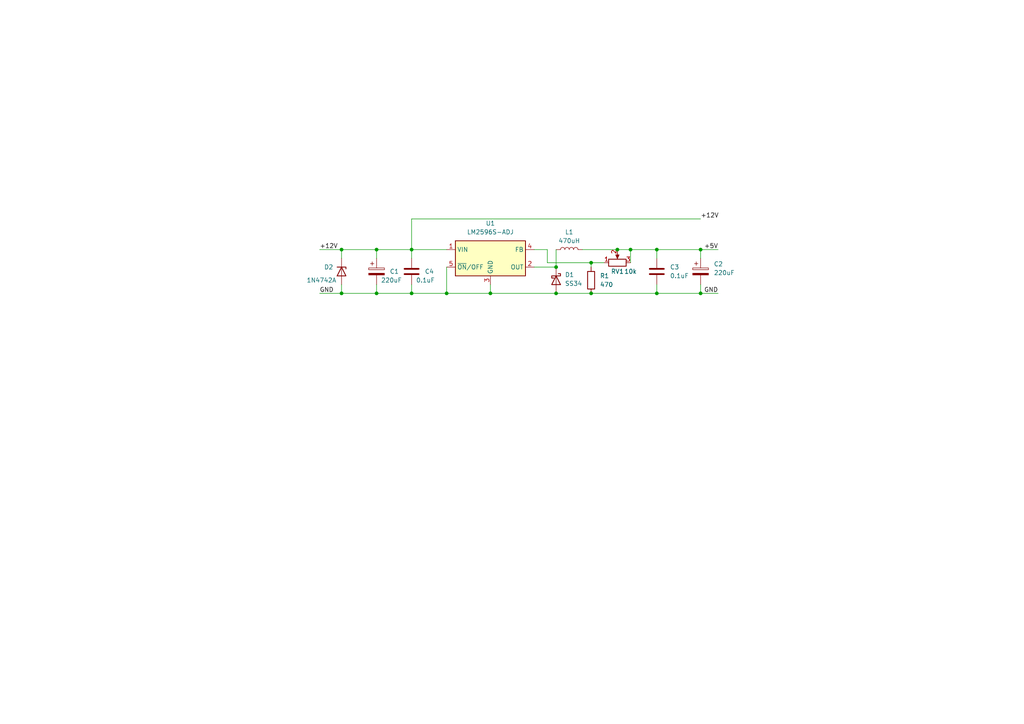
<source format=kicad_sch>
(kicad_sch (version 20230121) (generator eeschema)
  (paper "A4")
  (lib_symbols
    (symbol "Device:C" (pin_numbers hide) (pin_names (offset 0.254))
      (property "Reference" "C" (at 0.635 2.54 0))
      (property "Value" "C" (at 0.635 -2.54 0))
      (symbol "C_0_1"
        (polyline (pts (xy -2.032 -0.762) (xy 2.032 -0.762)) (stroke (width 0.508)))
        (polyline (pts (xy -2.032 0.762) (xy 2.032 0.762)) (stroke (width 0.508)))
      )
      (symbol "C_1_1"
        (pin passive line (at 0 3.81 270) (length 2.794) (name "~") (number "1"))
        (pin passive line (at 0 -3.81 90) (length 2.794) (name "~") (number "2"))
      )
    )
    (symbol "Device:C_Polarized" (pin_numbers hide) (pin_names (offset 0.254))
      (property "Reference" "C" (at 0.635 2.54 0))
      (property "Value" "C_Polarized" (at 0.635 -2.54 0))
      (symbol "C_Polarized_0_1"
        (rectangle (start -2.286 0.508) (end 2.286 1.016))
        (polyline (pts (xy -1.778 2.286) (xy -0.762 2.286)))
        (polyline (pts (xy -1.27 2.794) (xy -1.27 1.778)))
        (rectangle (start 2.286 -0.508) (end -2.286 -1.016) (fill (type outline)))
      )
      (symbol "C_Polarized_1_1"
        (pin passive line (at 0 3.81 270) (length 2.794) (name "~") (number "1"))
        (pin passive line (at 0 -3.81 90) (length 2.794) (name "~") (number "2"))
      )
    )
    (symbol "Device:D_Schottky" (pin_numbers hide) (pin_names (offset 1.016) hide)
      (property "Reference" "D" (at 0 2.54 0))
      (property "Value" "D_Schottky" (at 0 -2.54 0))
      (symbol "D_Schottky_0_1"
        (polyline (pts (xy 1.27 0) (xy -1.27 0)))
        (polyline (pts (xy 1.27 1.27) (xy 1.27 -1.27) (xy -1.27 0) (xy 1.27 1.27)) (stroke (width 0.254)))
        (polyline (pts (xy -1.905 0.635) (xy -1.905 1.27) (xy -1.27 1.27) (xy -1.27 -1.27) (xy -0.635 -1.27) (xy -0.635 -0.635)) (stroke (width 0.254)))
      )
      (symbol "D_Schottky_1_1"
        (pin passive line (at -3.81 0 0) (length 2.54) (name "K") (number "1"))
        (pin passive line (at 3.81 0 180) (length 2.54) (name "A") (number "2"))
      )
    )
    (symbol "Device:L" (pin_numbers hide) (pin_names (offset 1.016) hide)
      (property "Reference" "L" (at -1.27 0 90))
      (property "Value" "L" (at 1.905 0 90))
      (symbol "L_0_1"
        (arc (start 0 -2.54) (mid 0.6323 -1.905) (end 0 -1.27))
        (arc (start 0 -1.27) (mid 0.6323 -0.635) (end 0 0))
        (arc (start 0 0) (mid 0.6323 0.635) (end 0 1.27))
        (arc (start 0 1.27) (mid 0.6323 1.905) (end 0 2.54))
      )
      (symbol "L_1_1"
        (pin passive line (at 0 3.81 270) (length 1.27) (name "1") (number "1"))
        (pin passive line (at 0 -3.81 90) (length 1.27) (name "2") (number "2"))
      )
    )
    (symbol "Device:R" (pin_numbers hide) (pin_names (offset 0))
      (property "Reference" "R" (at 2.032 0 90))
      (property "Value" "R" (at 0 0 90))
      (symbol "R_0_1"
        (rectangle (start -1.016 -2.54) (end 1.016 2.54) (stroke (width 0.254)))
      )
      (symbol "R_1_1"
        (pin passive line (at 0 3.81 270) (length 1.27) (name "~") (number "1"))
        (pin passive line (at 0 -3.81 90) (length 1.27) (name "~") (number "2"))
      )
    )
    (symbol "Device:R_Potentiometer" (pin_names (offset 1.016) hide)
      (property "Reference" "RV" (at -4.445 0 90))
      (property "Value" "R_Potentiometer" (at -2.54 0 90))
      (symbol "R_Potentiometer_0_1"
        (polyline (pts (xy 2.54 0) (xy 1.524 0)))
        (polyline (pts (xy 1.143 0) (xy 2.286 0.508) (xy 2.286 -0.508) (xy 1.143 0)) (fill (type outline)))
        (rectangle (start 1.016 2.54) (end -1.016 -2.54) (stroke (width 0.254)))
      )
      (symbol "R_Potentiometer_1_1"
        (pin passive line (at 0 3.81 270) (length 1.27) (name "1") (number "1"))
        (pin passive line (at 3.81 0 180) (length 1.27) (name "2") (number "2"))
        (pin passive line (at 0 -3.81 90) (length 1.27) (name "3") (number "3"))
      )
    )
    (symbol "Diode:1N47xxA" (pin_numbers hide) (pin_names hide)
      (property "Reference" "D" (at 0 2.54 0))
      (property "Value" "1N47xxA" (at 0 -2.54 0))
      (symbol "1N47xxA_0_1"
        (polyline (pts (xy 1.27 0) (xy -1.27 0)))
        (polyline (pts (xy -1.27 -1.27) (xy -1.27 1.27) (xy -0.762 1.27)) (stroke (width 0.254)))
        (polyline (pts (xy 1.27 -1.27) (xy 1.27 1.27) (xy -1.27 0) (xy 1.27 -1.27)) (stroke (width 0.254)))
      )
      (symbol "1N47xxA_1_1"
        (pin passive line (at -3.81 0 0) (length 2.54) (name "K") (number "1"))
        (pin passive line (at 3.81 0 180) (length 2.54) (name "A") (number "2"))
      )
    )
    (symbol "Regulator_Switching:LM2596S-ADJ"
      (property "Reference" "U" (at -10.16 6.35 0))
      (property "Value" "LM2596S-ADJ" (at 0 6.35 0))
      (symbol "LM2596S-ADJ_0_1"
        (rectangle (start -10.16 5.08) (end 10.16 -5.08) (stroke (width 0.254)) (fill (type background)))
      )
      (symbol "LM2596S-ADJ_1_1"
        (pin power_in line (at -12.7 2.54 0) (length 2.54) (name "VIN") (number "1"))
        (pin output line (at 12.7 -2.54 180) (length 2.54) (name "OUT") (number "2"))
        (pin power_in line (at 0 -7.62 90) (length 2.54) (name "GND") (number "3"))
        (pin input line (at 12.7 2.54 180) (length 2.54) (name "FB") (number "4"))
        (pin input line (at -12.7 -2.54 0) (length 2.54) (name "~{ON}/OFF") (number "5"))
      )
    )
  )
  (junction (at 190.5 72.39))
  (junction (at 109.22 85.09))
  (junction (at 119.38 72.39))
  (junction (at 179.07 72.39))
  (junction (at 182.88 72.39))
  (junction (at 161.29 85.09))
  (junction (at 142.24 85.09))
  (junction (at 161.29 77.47))
  (junction (at 129.54 85.09))
  (junction (at 171.45 85.09))
  (junction (at 190.5 85.09))
  (junction (at 203.2 72.39))
  (junction (at 109.22 72.39))
  (junction (at 171.45 76.2))
  (junction (at 99.06 72.39))
  (junction (at 99.06 85.09))
  (junction (at 119.38 85.09))
  (junction (at 203.2 85.09))
  (wire (pts (xy 203.2 72.39) (xy 208.28 72.39)))
  (wire (pts (xy 190.5 72.39) (xy 182.88 72.39)))
  (wire (pts (xy 99.06 82.55) (xy 99.06 85.09)))
  (wire (pts (xy 119.38 72.39) (xy 129.54 72.39)))
  (wire (pts (xy 203.2 72.39) (xy 190.5 72.39)))
  (wire (pts (xy 168.91 72.39) (xy 179.07 72.39)))
  (wire (pts (xy 109.22 72.39) (xy 109.22 74.93)))
  (wire (pts (xy 203.2 82.55) (xy 203.2 85.09)))
  (wire (pts (xy 142.24 85.09) (xy 142.24 82.55)))
  (wire (pts (xy 203.2 85.09) (xy 190.5 85.09)))
  (wire (pts (xy 203.2 63.5) (xy 119.38 63.5)))
  (wire (pts (xy 142.24 85.09) (xy 161.29 85.09)))
  (wire (pts (xy 161.29 85.09) (xy 171.45 85.09)))
  (wire (pts (xy 158.75 76.2) (xy 171.45 76.2)))
  (wire (pts (xy 129.54 85.09) (xy 142.24 85.09)))
  (wire (pts (xy 171.45 76.2) (xy 171.45 77.47)))
  (wire (pts (xy 182.88 72.39) (xy 179.07 72.39)))
  (wire (pts (xy 158.75 72.39) (xy 154.94 72.39)))
  (wire (pts (xy 92.71 72.39) (xy 99.06 72.39)))
  (wire (pts (xy 99.06 74.93) (xy 99.06 72.39)))
  (wire (pts (xy 99.06 72.39) (xy 109.22 72.39)))
  (wire (pts (xy 203.2 85.09) (xy 208.28 85.09)))
  (wire (pts (xy 203.2 74.93) (xy 203.2 72.39)))
  (wire (pts (xy 190.5 82.55) (xy 190.5 85.09)))
  (wire (pts (xy 119.38 82.55) (xy 119.38 85.09)))
  (wire (pts (xy 99.06 85.09) (xy 109.22 85.09)))
  (wire (pts (xy 119.38 63.5) (xy 119.38 72.39)))
  (wire (pts (xy 109.22 85.09) (xy 109.22 82.55)))
  (wire (pts (xy 119.38 74.93) (xy 119.38 72.39)))
  (wire (pts (xy 109.22 85.09) (xy 119.38 85.09)))
  (wire (pts (xy 109.22 72.39) (xy 119.38 72.39)))
  (wire (pts (xy 154.94 77.47) (xy 161.29 77.47)))
  (wire (pts (xy 158.75 76.2) (xy 158.75 72.39)))
  (wire (pts (xy 92.71 85.09) (xy 99.06 85.09)))
  (wire (pts (xy 190.5 74.93) (xy 190.5 72.39)))
  (wire (pts (xy 161.29 72.39) (xy 161.29 77.47)))
  (wire (pts (xy 129.54 77.47) (xy 129.54 85.09)))
  (wire (pts (xy 182.88 76.2) (xy 182.88 72.39)))
  (wire (pts (xy 190.5 85.09) (xy 171.45 85.09)))
  (wire (pts (xy 175.26 76.2) (xy 171.45 76.2)))
  (wire (pts (xy 119.38 85.09) (xy 129.54 85.09)))
  (label "GND" (at 92.71 85.09 0))
  (label "+12V" (at 92.71 72.39 0))
  (label "+5V" (at 208.28 72.39 180))
  (label "GND" (at 208.28 85.09 180))
  (label "+12V" (at 203.2 63.5 0))
  (symbol (lib_id "Device:L") (at 165.1 72.39 90) (unit 1)
    (property "Reference" "L1" (at 165.1 67.31 90))
    (property "Value" "470uH" (at 165.1 69.85 90))
    (property "Footprint" "Inductor_THT:L_Radial_D8.7mm_P5.00mm_Fastron_07HCP" (effects hide))
  )
  (symbol (lib_id "Device:C") (at 190.5 78.74 0) (unit 1)
    (property "Reference" "C3" (at 194.31 77.47 0) (effects (justify left)))
    (property "Value" "0.1uF" (at 194.31 80.01 0) (effects (justify left)))
    (property "Footprint" "Capacitor_THT:C_Disc_D3.8mm_W2.6mm_P2.50mm" (effects hide))
  )
  (symbol (lib_id "Device:C_Polarized") (at 203.2 78.74 0) (unit 1)
    (property "Reference" "C2" (at 207.01 76.581 0) (effects (justify left)))
    (property "Value" "220uF" (at 207.01 79.121 0) (effects (justify left)))
    (property "Footprint" "Capacitor_THT:CP_Radial_D7.5mm_P2.50mm" (effects hide))
  )
  (symbol (lib_id "Device:R_Potentiometer") (at 179.07 76.2 90) (unit 1)
    (property "Reference" "RV1" (at 179.07 78.74 90))
    (property "Value" "10k" (at 182.88 78.74 90))
    (property "Footprint" "Potentiometer_THT:Potentiometer_Vishay_T73XW_Horizontal" (effects hide))
  )
  (symbol (lib_id "Device:D_Schottky") (at 161.29 81.28 270) (unit 1)
    (property "Reference" "D1" (at 163.83 79.6925 90) (effects (justify left)))
    (property "Value" "SS34" (at 163.83 82.2325 90) (effects (justify left)))
    (property "Footprint" "Diode_THT:D_DO-27_P15.24mm_Horizontal" (effects hide))
  )
  (symbol (lib_id "Regulator_Switching:LM2596S-ADJ") (at 142.24 74.93 0) (unit 1)
    (property "Reference" "U1" (at 142.24 64.77 0))
    (property "Value" "LM2596S-ADJ" (at 142.24 67.31 0))
    (property "Footprint" "Package_TO_SOT_THT:TO-220F-5_P3.4x2.06mm_StaggerOdd_Lead1.86mm_Vertical" (effects hide))
    (property "Datasheet" "http://www.ti.com/lit/ds/symlink/lm2596.pdf" (effects hide))
  )
  (symbol (lib_id "Device:C_Polarized") (at 109.22 78.74 0) (unit 1)
    (property "Reference" "C1" (at 113.03 78.74 0) (effects (justify left)))
    (property "Value" "220uF" (at 110.49 81.28 0) (effects (justify left)))
    (property "Footprint" "Capacitor_THT:CP_Radial_D7.5mm_P2.50mm" (effects hide))
  )
  (symbol (lib_id "Device:C") (at 119.38 78.74 0) (unit 1)
    (property "Reference" "C4" (at 123.19 78.74 0) (effects (justify left)))
    (property "Value" "0.1uF" (at 120.65 81.28 0) (effects (justify left)))
    (property "Footprint" "Capacitor_THT:C_Disc_D3.8mm_W2.6mm_P2.50mm" (effects hide))
  )
  (symbol (lib_id "Device:R") (at 171.45 81.28 0) (unit 1)
    (property "Reference" "R1" (at 173.99 80.01 0) (effects (justify left)))
    (property "Value" "470" (at 173.99 82.55 0) (effects (justify left)))
    (property "Footprint" "Resistor_THT:R_Axial_DIN0204_L3.6mm_D1.6mm_P5.08mm_Horizontal" (effects hide))
  )
  (symbol (lib_id "Diode:1N47xxA") (at 99.06 78.74 270) (unit 1)
    (property "Reference" "D2" (at 93.98 77.47 90) (effects (justify left)))
    (property "Value" "1N4742A" (at 88.9 81.28 90) (effects (justify left)))
    (property "Footprint" "Diode_THT:D_DO-41_SOD81_P10.16mm_Horizontal" (effects hide))
    (property "Datasheet" "https://www.vishay.com/docs/85816/1n4728a.pdf" (effects hide))
  )
)
</source>
